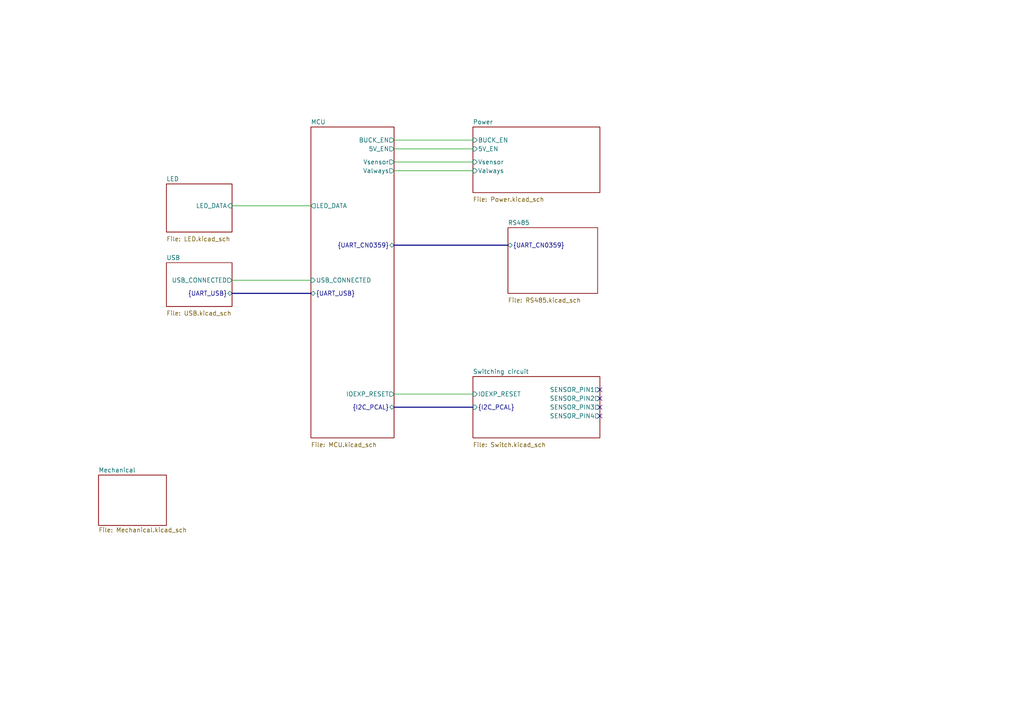
<source format=kicad_sch>
(kicad_sch
	(version 20250114)
	(generator "eeschema")
	(generator_version "9.0")
	(uuid "51927748-cbf3-4f36-990c-40014f3393ae")
	(paper "A4")
	(title_block
		(title "Zoutwachter Measurement-Switch")
		(date "2025-06-01")
		(rev "0.3")
		(company "Avalution Engineering / Pollex")
	)
	(lib_symbols)
	(bus_alias "I2C_PCAL"
		(members "I2C_PCAL_SCL" "I2C_PCAL_SDA" "I2C_PCAL_SMBA")
	)
	(bus_alias "I2C_SYS"
		(members "I2C_SYS_SCL" "I2C_SYS_SDA" "I2C_SYS_SMBA")
	)
	(bus_alias "SWD"
		(members "SWCLK" "SWDIO" "RESET" "SWO")
	)
	(bus_alias "UART_USB"
		(members "UART_USB_RX" "UART_USB_TX" "UART_USB_CTS" "UART_USB_RTS")
	)
	(no_connect
		(at 173.99 120.65)
		(uuid "0b69f059-5630-4630-ad39-cb914c444526")
	)
	(no_connect
		(at 173.99 115.57)
		(uuid "265c8baf-2470-4d86-8911-dbdda7aea14c")
	)
	(no_connect
		(at 173.99 118.11)
		(uuid "bbef57c5-71a3-48da-a5fc-7b324d2a5092")
	)
	(no_connect
		(at 173.99 113.03)
		(uuid "df6cb696-11fa-4f33-b606-d9a0cd5c5208")
	)
	(bus
		(pts
			(xy 90.17 85.09) (xy 67.31 85.09)
		)
		(stroke
			(width 0)
			(type default)
		)
		(uuid "20b93273-ef1c-41dd-9e50-7d15a864af6e")
	)
	(wire
		(pts
			(xy 114.3 114.3) (xy 137.16 114.3)
		)
		(stroke
			(width 0)
			(type default)
		)
		(uuid "326956f5-100f-456e-8f95-ec334705a03f")
	)
	(wire
		(pts
			(xy 114.3 40.64) (xy 137.16 40.64)
		)
		(stroke
			(width 0)
			(type default)
		)
		(uuid "341daf11-1890-47c9-bb72-acdf325b85da")
	)
	(wire
		(pts
			(xy 114.3 49.53) (xy 137.16 49.53)
		)
		(stroke
			(width 0)
			(type default)
		)
		(uuid "689d258f-2dc0-42c8-9297-389f5b419af4")
	)
	(wire
		(pts
			(xy 67.31 59.69) (xy 90.17 59.69)
		)
		(stroke
			(width 0)
			(type default)
		)
		(uuid "738b961f-9a2d-4320-b5a8-490ed6be887c")
	)
	(bus
		(pts
			(xy 114.3 118.11) (xy 137.16 118.11)
		)
		(stroke
			(width 0)
			(type default)
		)
		(uuid "9681859b-d13c-47fc-ba5d-10a292e17a29")
	)
	(bus
		(pts
			(xy 114.3 71.12) (xy 147.32 71.12)
		)
		(stroke
			(width 0)
			(type default)
		)
		(uuid "a24cedb7-eade-4653-b99a-2f3c64c955df")
	)
	(wire
		(pts
			(xy 90.17 81.28) (xy 67.31 81.28)
		)
		(stroke
			(width 0)
			(type default)
		)
		(uuid "b7c9f889-8928-43d6-9045-c04a53b04187")
	)
	(wire
		(pts
			(xy 114.3 43.18) (xy 137.16 43.18)
		)
		(stroke
			(width 0)
			(type default)
		)
		(uuid "e667e210-1d14-4ce8-9c5e-5a2c74a53699")
	)
	(wire
		(pts
			(xy 114.3 46.99) (xy 137.16 46.99)
		)
		(stroke
			(width 0)
			(type default)
		)
		(uuid "e9dfd001-343d-4f58-b23f-092f57334ac0")
	)
	(sheet
		(at 48.26 76.2)
		(size 19.05 12.7)
		(exclude_from_sim no)
		(in_bom yes)
		(on_board yes)
		(dnp no)
		(fields_autoplaced yes)
		(stroke
			(width 0.1524)
			(type solid)
		)
		(fill
			(color 0 0 0 0.0000)
		)
		(uuid "05dad072-cd43-486c-b27f-b8e24eeef930")
		(property "Sheetname" "USB"
			(at 48.26 75.4884 0)
			(effects
				(font
					(size 1.27 1.27)
				)
				(justify left bottom)
			)
		)
		(property "Sheetfile" "USB.kicad_sch"
			(at 48.26 90.1196 0)
			(effects
				(font
					(size 1.27 1.27)
				)
				(justify left top)
			)
		)
		(pin "USB_CONNECTED" output
			(at 67.31 81.28 0)
			(uuid "2ac3a8dc-ff49-4705-b05b-3e5bf43ef091")
			(effects
				(font
					(size 1.27 1.27)
				)
				(justify right)
			)
		)
		(pin "{UART_USB}" bidirectional
			(at 67.31 85.09 0)
			(uuid "231bfc2c-b65e-4ab1-811b-545869048ade")
			(effects
				(font
					(size 1.27 1.27)
				)
				(justify right)
			)
		)
		(instances
			(project "Zoutwachter-measurement"
				(path "/51927748-cbf3-4f36-990c-40014f3393ae"
					(page "4")
				)
			)
		)
	)
	(sheet
		(at 48.26 53.34)
		(size 19.05 13.97)
		(exclude_from_sim no)
		(in_bom yes)
		(on_board yes)
		(dnp no)
		(stroke
			(width 0.1524)
			(type solid)
		)
		(fill
			(color 0 0 0 0.0000)
		)
		(uuid "1994b9f0-2116-4f7e-8158-3f911f70fe49")
		(property "Sheetname" "LED"
			(at 48.26 52.6284 0)
			(effects
				(font
					(size 1.27 1.27)
				)
				(justify left bottom)
			)
		)
		(property "Sheetfile" "LED.kicad_sch"
			(at 48.26 68.58 0)
			(effects
				(font
					(size 1.27 1.27)
				)
				(justify left top)
			)
		)
		(pin "LED_DATA" input
			(at 67.31 59.69 0)
			(uuid "14261210-0d5b-4ca5-8f21-7a6079bb4320")
			(effects
				(font
					(size 1.27 1.27)
				)
				(justify right)
			)
		)
		(instances
			(project "Zoutwachter-measurement"
				(path "/51927748-cbf3-4f36-990c-40014f3393ae"
					(page "5")
				)
			)
		)
	)
	(sheet
		(at 90.17 36.83)
		(size 24.13 90.17)
		(exclude_from_sim no)
		(in_bom yes)
		(on_board yes)
		(dnp no)
		(stroke
			(width 0.1524)
			(type solid)
		)
		(fill
			(color 0 0 0 0.0000)
		)
		(uuid "34875de5-c588-4a4b-9abb-08f90858352d")
		(property "Sheetname" "MCU"
			(at 90.17 36.1184 0)
			(effects
				(font
					(size 1.27 1.27)
				)
				(justify left bottom)
			)
		)
		(property "Sheetfile" "MCU.kicad_sch"
			(at 90.17 128.27 0)
			(effects
				(font
					(size 1.27 1.27)
				)
				(justify left top)
			)
		)
		(pin "5V_EN" output
			(at 114.3 43.18 0)
			(uuid "9aadd071-084b-4d80-b16a-5db2558f9cb6")
			(effects
				(font
					(size 1.27 1.27)
				)
				(justify right)
			)
		)
		(pin "BUCK_EN" output
			(at 114.3 40.64 0)
			(uuid "08be4386-ba9b-495e-a5ac-858f0028a7ea")
			(effects
				(font
					(size 1.27 1.27)
				)
				(justify right)
			)
		)
		(pin "USB_CONNECTED" input
			(at 90.17 81.28 180)
			(uuid "5a16eac6-491d-4d2a-b733-c99a9f0260e5")
			(effects
				(font
					(size 1.27 1.27)
				)
				(justify left)
			)
		)
		(pin "{I2C_PCAL}" bidirectional
			(at 114.3 118.11 0)
			(uuid "81d62575-9a13-4be9-a02d-601f1c6b277c")
			(effects
				(font
					(size 1.27 1.27)
				)
				(justify right)
			)
		)
		(pin "LED_DATA" output
			(at 90.17 59.69 180)
			(uuid "fab0dd6b-e5fc-4c36-b14b-13e300159c72")
			(effects
				(font
					(size 1.27 1.27)
				)
				(justify left)
			)
		)
		(pin "{UART_USB}" bidirectional
			(at 90.17 85.09 180)
			(uuid "041442c5-abd0-480e-8720-dc8954db9bc6")
			(effects
				(font
					(size 1.27 1.27)
				)
				(justify left)
			)
		)
		(pin "IOEXP_RESET" output
			(at 114.3 114.3 0)
			(uuid "418a0a01-e407-47be-be94-555cdfaa3d49")
			(effects
				(font
					(size 1.27 1.27)
				)
				(justify right)
			)
		)
		(pin "Vsensor" output
			(at 114.3 46.99 0)
			(uuid "74895071-2747-49b4-8465-4033f8e60708")
			(effects
				(font
					(size 1.27 1.27)
				)
				(justify right)
			)
		)
		(pin "Valways" output
			(at 114.3 49.53 0)
			(uuid "c685aba4-a25c-4ca4-9ee1-2a4a48e00c4d")
			(effects
				(font
					(size 1.27 1.27)
				)
				(justify right)
			)
		)
		(pin "{UART_CN0359}" bidirectional
			(at 114.3 71.12 0)
			(uuid "06b7fe69-86d0-4d74-91c0-31910b144990")
			(effects
				(font
					(size 1.27 1.27)
				)
				(justify right)
			)
		)
		(instances
			(project "Zoutwachter-measurement"
				(path "/51927748-cbf3-4f36-990c-40014f3393ae"
					(page "2")
				)
			)
		)
	)
	(sheet
		(at 137.16 109.22)
		(size 36.83 17.78)
		(exclude_from_sim no)
		(in_bom yes)
		(on_board yes)
		(dnp no)
		(stroke
			(width 0.1524)
			(type solid)
		)
		(fill
			(color 0 0 0 0.0000)
		)
		(uuid "5009b541-20c8-4c26-b5a0-c32da2c2b2b6")
		(property "Sheetname" "Switching circuit"
			(at 137.16 108.5084 0)
			(effects
				(font
					(size 1.27 1.27)
				)
				(justify left bottom)
			)
		)
		(property "Sheetfile" "Switch.kicad_sch"
			(at 137.16 128.27 0)
			(effects
				(font
					(size 1.27 1.27)
				)
				(justify left top)
			)
		)
		(pin "IOEXP_RESET" input
			(at 137.16 114.3 180)
			(uuid "8721f708-a023-4728-b10a-abeb11812940")
			(effects
				(font
					(size 1.27 1.27)
				)
				(justify left)
			)
		)
		(pin "{I2C_PCAL}" input
			(at 137.16 118.11 180)
			(uuid "8e289492-f22f-470e-973d-0a793eb85886")
			(effects
				(font
					(size 1.27 1.27)
				)
				(justify left)
			)
		)
		(pin "SENSOR_PIN2" output
			(at 173.99 115.57 0)
			(uuid "be8d96b8-02d4-4a53-b49d-3718390fdaed")
			(effects
				(font
					(size 1.27 1.27)
				)
				(justify right)
			)
		)
		(pin "SENSOR_PIN4" output
			(at 173.99 120.65 0)
			(uuid "24e41179-50f0-4e46-9ef5-8531332876d3")
			(effects
				(font
					(size 1.27 1.27)
				)
				(justify right)
			)
		)
		(pin "SENSOR_PIN1" output
			(at 173.99 113.03 0)
			(uuid "ae2e40b8-4b06-42e9-b236-ddf04a410996")
			(effects
				(font
					(size 1.27 1.27)
				)
				(justify right)
			)
		)
		(pin "SENSOR_PIN3" output
			(at 173.99 118.11 0)
			(uuid "61d2bcf3-a0eb-4510-b0ab-b5bf290928ce")
			(effects
				(font
					(size 1.27 1.27)
				)
				(justify right)
			)
		)
		(instances
			(project "Zoutwachter-measurement"
				(path "/51927748-cbf3-4f36-990c-40014f3393ae"
					(page "6")
				)
			)
		)
	)
	(sheet
		(at 28.575 137.795)
		(size 19.685 14.605)
		(exclude_from_sim no)
		(in_bom yes)
		(on_board yes)
		(dnp no)
		(fields_autoplaced yes)
		(stroke
			(width 0.1524)
			(type solid)
		)
		(fill
			(color 0 0 0 0.0000)
		)
		(uuid "6f2e4a7a-a449-4181-be0f-e79b9bb09f77")
		(property "Sheetname" "Mechanical"
			(at 28.575 137.0834 0)
			(effects
				(font
					(size 1.27 1.27)
				)
				(justify left bottom)
			)
		)
		(property "Sheetfile" "Mechanical.kicad_sch"
			(at 28.575 152.9846 0)
			(effects
				(font
					(size 1.27 1.27)
				)
				(justify left top)
			)
		)
		(instances
			(project "Zoutwachter-measurement"
				(path "/51927748-cbf3-4f36-990c-40014f3393ae"
					(page "41")
				)
			)
		)
	)
	(sheet
		(at 137.16 36.83)
		(size 36.83 19.05)
		(exclude_from_sim no)
		(in_bom yes)
		(on_board yes)
		(dnp no)
		(fields_autoplaced yes)
		(stroke
			(width 0.1524)
			(type solid)
		)
		(fill
			(color 0 0 0 0.0000)
		)
		(uuid "a008c0ab-bb36-41a2-8835-1e8ca826fc8c")
		(property "Sheetname" "Power"
			(at 137.16 36.1184 0)
			(effects
				(font
					(size 1.27 1.27)
				)
				(justify left bottom)
			)
		)
		(property "Sheetfile" "Power.kicad_sch"
			(at 137.16 57.0996 0)
			(effects
				(font
					(size 1.27 1.27)
				)
				(justify left top)
			)
		)
		(pin "BUCK_EN" input
			(at 137.16 40.64 180)
			(uuid "43d422bb-19e7-4867-954e-ed00915ce9d0")
			(effects
				(font
					(size 1.27 1.27)
				)
				(justify left)
			)
		)
		(pin "5V_EN" input
			(at 137.16 43.18 180)
			(uuid "bada33d5-ddec-4534-bb58-b72ffca7792f")
			(effects
				(font
					(size 1.27 1.27)
				)
				(justify left)
			)
		)
		(pin "Vsensor" input
			(at 137.16 46.99 180)
			(uuid "70f70111-f6b1-4ed0-bb95-b8e53417d6dd")
			(effects
				(font
					(size 1.27 1.27)
				)
				(justify left)
			)
		)
		(pin "Valways" input
			(at 137.16 49.53 180)
			(uuid "0354925a-41eb-4df1-be5d-0463d19f5ccd")
			(effects
				(font
					(size 1.27 1.27)
				)
				(justify left)
			)
		)
		(instances
			(project "Zoutwachter-measurement"
				(path "/51927748-cbf3-4f36-990c-40014f3393ae"
					(page "3")
				)
			)
		)
	)
	(sheet
		(at 147.32 66.04)
		(size 26.035 19.05)
		(exclude_from_sim no)
		(in_bom yes)
		(on_board yes)
		(dnp no)
		(stroke
			(width 0.1524)
			(type solid)
		)
		(fill
			(color 0 0 0 0.0000)
		)
		(uuid "e6b95054-1f9a-4113-b1b3-5e749075d2c9")
		(property "Sheetname" "RS485"
			(at 147.32 65.3284 0)
			(effects
				(font
					(size 1.27 1.27)
				)
				(justify left bottom)
			)
		)
		(property "Sheetfile" "RS485.kicad_sch"
			(at 147.32 86.36 0)
			(effects
				(font
					(size 1.27 1.27)
				)
				(justify left top)
			)
		)
		(pin "{UART_CN0359}" bidirectional
			(at 147.32 71.12 180)
			(uuid "7417e4c2-8b05-43db-a1c8-762bfe661185")
			(effects
				(font
					(size 1.27 1.27)
				)
				(justify left)
			)
		)
		(instances
			(project "Zoutwachter-measurement"
				(path "/51927748-cbf3-4f36-990c-40014f3393ae"
					(page "36")
				)
			)
		)
	)
	(sheet_instances
		(path "/"
			(page "1")
		)
	)
	(embedded_fonts no)
)

</source>
